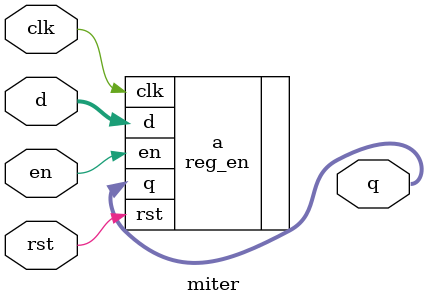
<source format=v>


//     always @(posedge clk) begin
//         if (rst) begin
//             q <= 32'h0;
//         end else if (en) begin
//             q <= d;
//         end
//     end

// endmodule

module miter (
    clk,
    rst,
    en,
    d,
    q
);
    input wire clk;
    input wire rst;
    input wire en;
    input wire [31:0] d;
    output wire [31:0] q;

    reg_en a (
        .clk(clk),
        .rst(rst),
        .en(en),
        .d(d),
        .q(q)
    );
endmodule

</source>
